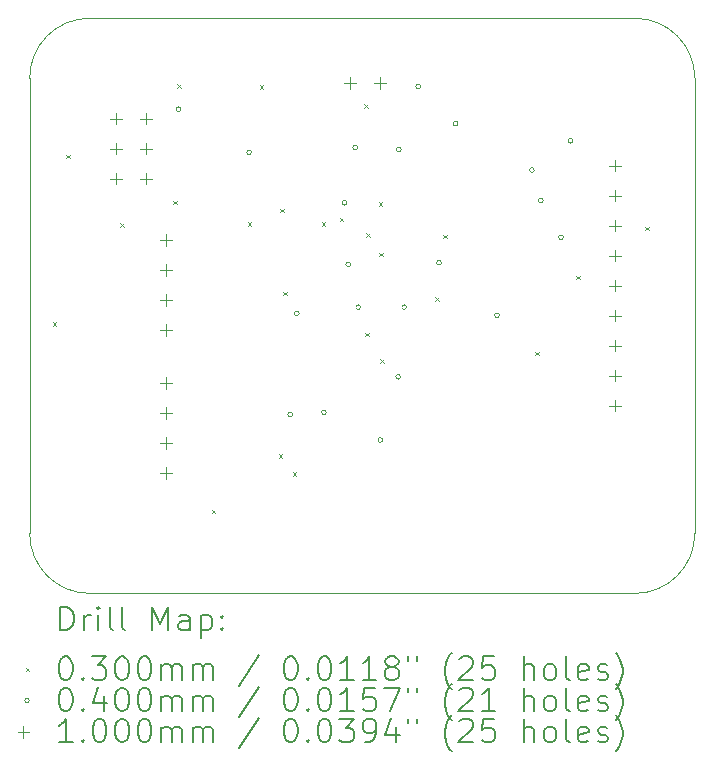
<source format=gbr>
%TF.GenerationSoftware,KiCad,Pcbnew,9.0.1*%
%TF.CreationDate,2025-11-19T15:27:44+03:00*%
%TF.ProjectId,MCU Datalogger wirh 512KB EEPROM,4d435520-4461-4746-916c-6f6767657220,1*%
%TF.SameCoordinates,Original*%
%TF.FileFunction,Drillmap*%
%TF.FilePolarity,Positive*%
%FSLAX45Y45*%
G04 Gerber Fmt 4.5, Leading zero omitted, Abs format (unit mm)*
G04 Created by KiCad (PCBNEW 9.0.1) date 2025-11-19 15:27:44*
%MOMM*%
%LPD*%
G01*
G04 APERTURE LIST*
%ADD10C,0.050000*%
%ADD11C,0.200000*%
%ADD12C,0.100000*%
G04 APERTURE END LIST*
D10*
X15896790Y-7471210D02*
X11281210Y-7471210D01*
X16404790Y-11832790D02*
X16404790Y-7979210D01*
X10773210Y-7979210D02*
G75*
G02*
X11281210Y-7471210I508000J0D01*
G01*
X10773210Y-7979210D02*
X10773210Y-11832790D01*
X15896790Y-7471210D02*
G75*
G02*
X16404790Y-7979210I0J-508000D01*
G01*
X16404790Y-11832790D02*
G75*
G02*
X15896790Y-12340790I-508000J0D01*
G01*
X11281210Y-12340790D02*
G75*
G02*
X10773210Y-11832790I0J508000D01*
G01*
X11281210Y-12340790D02*
X15896790Y-12340790D01*
D11*
D12*
X10967000Y-10045000D02*
X10997000Y-10075000D01*
X10997000Y-10045000D02*
X10967000Y-10075000D01*
X11081000Y-8625000D02*
X11111000Y-8655000D01*
X11111000Y-8625000D02*
X11081000Y-8655000D01*
X11538000Y-9207000D02*
X11568000Y-9237000D01*
X11568000Y-9207000D02*
X11538000Y-9237000D01*
X11991000Y-9018000D02*
X12021000Y-9048000D01*
X12021000Y-9018000D02*
X11991000Y-9048000D01*
X12024000Y-8031000D02*
X12054000Y-8061000D01*
X12054000Y-8031000D02*
X12024000Y-8061000D01*
X12314000Y-11634000D02*
X12344000Y-11664000D01*
X12344000Y-11634000D02*
X12314000Y-11664000D01*
X12618000Y-9200000D02*
X12648000Y-9230000D01*
X12648000Y-9200000D02*
X12618000Y-9230000D01*
X12722000Y-8037000D02*
X12752000Y-8067000D01*
X12752000Y-8037000D02*
X12722000Y-8067000D01*
X12881000Y-11164000D02*
X12911000Y-11194000D01*
X12911000Y-11164000D02*
X12881000Y-11194000D01*
X12895000Y-9083000D02*
X12925000Y-9113000D01*
X12925000Y-9083000D02*
X12895000Y-9113000D01*
X12919000Y-9785000D02*
X12949000Y-9815000D01*
X12949000Y-9785000D02*
X12919000Y-9815000D01*
X13000000Y-11313000D02*
X13030000Y-11343000D01*
X13030000Y-11313000D02*
X13000000Y-11343000D01*
X13246000Y-9198000D02*
X13276000Y-9228000D01*
X13276000Y-9198000D02*
X13246000Y-9228000D01*
X13399000Y-9160000D02*
X13429000Y-9190000D01*
X13429000Y-9160000D02*
X13399000Y-9190000D01*
X13606000Y-8197000D02*
X13636000Y-8227000D01*
X13636000Y-8197000D02*
X13606000Y-8227000D01*
X13613000Y-10133000D02*
X13643000Y-10163000D01*
X13643000Y-10133000D02*
X13613000Y-10163000D01*
X13621000Y-9292000D02*
X13651000Y-9322000D01*
X13651000Y-9292000D02*
X13621000Y-9322000D01*
X13729000Y-9028000D02*
X13759000Y-9058000D01*
X13759000Y-9028000D02*
X13729000Y-9058000D01*
X13733000Y-9455000D02*
X13763000Y-9485000D01*
X13763000Y-9455000D02*
X13733000Y-9485000D01*
X13741000Y-10360000D02*
X13771000Y-10390000D01*
X13771000Y-10360000D02*
X13741000Y-10390000D01*
X14205000Y-9831000D02*
X14235000Y-9861000D01*
X14235000Y-9831000D02*
X14205000Y-9861000D01*
X14274000Y-9303000D02*
X14304000Y-9333000D01*
X14304000Y-9303000D02*
X14274000Y-9333000D01*
X15056000Y-10293000D02*
X15086000Y-10323000D01*
X15086000Y-10293000D02*
X15056000Y-10323000D01*
X15402000Y-9652000D02*
X15432000Y-9682000D01*
X15432000Y-9652000D02*
X15402000Y-9682000D01*
X15984000Y-9237000D02*
X16014000Y-9267000D01*
X16014000Y-9237000D02*
X15984000Y-9267000D01*
X12053000Y-8242000D02*
G75*
G02*
X12013000Y-8242000I-20000J0D01*
G01*
X12013000Y-8242000D02*
G75*
G02*
X12053000Y-8242000I20000J0D01*
G01*
X12651000Y-8607000D02*
G75*
G02*
X12611000Y-8607000I-20000J0D01*
G01*
X12611000Y-8607000D02*
G75*
G02*
X12651000Y-8607000I20000J0D01*
G01*
X13000000Y-10825000D02*
G75*
G02*
X12960000Y-10825000I-20000J0D01*
G01*
X12960000Y-10825000D02*
G75*
G02*
X13000000Y-10825000I20000J0D01*
G01*
X13055000Y-9969000D02*
G75*
G02*
X13015000Y-9969000I-20000J0D01*
G01*
X13015000Y-9969000D02*
G75*
G02*
X13055000Y-9969000I20000J0D01*
G01*
X13285000Y-10808000D02*
G75*
G02*
X13245000Y-10808000I-20000J0D01*
G01*
X13245000Y-10808000D02*
G75*
G02*
X13285000Y-10808000I20000J0D01*
G01*
X13458993Y-9033194D02*
G75*
G02*
X13418993Y-9033194I-20000J0D01*
G01*
X13418993Y-9033194D02*
G75*
G02*
X13458993Y-9033194I20000J0D01*
G01*
X13490000Y-9554000D02*
G75*
G02*
X13450000Y-9554000I-20000J0D01*
G01*
X13450000Y-9554000D02*
G75*
G02*
X13490000Y-9554000I20000J0D01*
G01*
X13550000Y-8567000D02*
G75*
G02*
X13510000Y-8567000I-20000J0D01*
G01*
X13510000Y-8567000D02*
G75*
G02*
X13550000Y-8567000I20000J0D01*
G01*
X13575000Y-9917000D02*
G75*
G02*
X13535000Y-9917000I-20000J0D01*
G01*
X13535000Y-9917000D02*
G75*
G02*
X13575000Y-9917000I20000J0D01*
G01*
X13762000Y-11042000D02*
G75*
G02*
X13722000Y-11042000I-20000J0D01*
G01*
X13722000Y-11042000D02*
G75*
G02*
X13762000Y-11042000I20000J0D01*
G01*
X13913000Y-10507000D02*
G75*
G02*
X13873000Y-10507000I-20000J0D01*
G01*
X13873000Y-10507000D02*
G75*
G02*
X13913000Y-10507000I20000J0D01*
G01*
X13919000Y-8584000D02*
G75*
G02*
X13879000Y-8584000I-20000J0D01*
G01*
X13879000Y-8584000D02*
G75*
G02*
X13919000Y-8584000I20000J0D01*
G01*
X13964350Y-9917000D02*
G75*
G02*
X13924350Y-9917000I-20000J0D01*
G01*
X13924350Y-9917000D02*
G75*
G02*
X13964350Y-9917000I20000J0D01*
G01*
X14083000Y-8049000D02*
G75*
G02*
X14043000Y-8049000I-20000J0D01*
G01*
X14043000Y-8049000D02*
G75*
G02*
X14083000Y-8049000I20000J0D01*
G01*
X14259000Y-9541000D02*
G75*
G02*
X14219000Y-9541000I-20000J0D01*
G01*
X14219000Y-9541000D02*
G75*
G02*
X14259000Y-9541000I20000J0D01*
G01*
X14399000Y-8363000D02*
G75*
G02*
X14359000Y-8363000I-20000J0D01*
G01*
X14359000Y-8363000D02*
G75*
G02*
X14399000Y-8363000I20000J0D01*
G01*
X14750000Y-9986000D02*
G75*
G02*
X14710000Y-9986000I-20000J0D01*
G01*
X14710000Y-9986000D02*
G75*
G02*
X14750000Y-9986000I20000J0D01*
G01*
X15045000Y-8757000D02*
G75*
G02*
X15005000Y-8757000I-20000J0D01*
G01*
X15005000Y-8757000D02*
G75*
G02*
X15045000Y-8757000I20000J0D01*
G01*
X15121000Y-9014000D02*
G75*
G02*
X15081000Y-9014000I-20000J0D01*
G01*
X15081000Y-9014000D02*
G75*
G02*
X15121000Y-9014000I20000J0D01*
G01*
X15292000Y-9325000D02*
G75*
G02*
X15252000Y-9325000I-20000J0D01*
G01*
X15252000Y-9325000D02*
G75*
G02*
X15292000Y-9325000I20000J0D01*
G01*
X15373000Y-8509000D02*
G75*
G02*
X15333000Y-8509000I-20000J0D01*
G01*
X15333000Y-8509000D02*
G75*
G02*
X15373000Y-8509000I20000J0D01*
G01*
X11505350Y-8270710D02*
X11505350Y-8370710D01*
X11455350Y-8320710D02*
X11555350Y-8320710D01*
X11505350Y-8524710D02*
X11505350Y-8624710D01*
X11455350Y-8574710D02*
X11555350Y-8574710D01*
X11505350Y-8778710D02*
X11505350Y-8878710D01*
X11455350Y-8828710D02*
X11555350Y-8828710D01*
X11759350Y-8270710D02*
X11759350Y-8370710D01*
X11709350Y-8320710D02*
X11809350Y-8320710D01*
X11759350Y-8524710D02*
X11759350Y-8624710D01*
X11709350Y-8574710D02*
X11809350Y-8574710D01*
X11759350Y-8778710D02*
X11759350Y-8878710D01*
X11709350Y-8828710D02*
X11809350Y-8828710D01*
X11929350Y-9299210D02*
X11929350Y-9399210D01*
X11879350Y-9349210D02*
X11979350Y-9349210D01*
X11929350Y-9553210D02*
X11929350Y-9653210D01*
X11879350Y-9603210D02*
X11979350Y-9603210D01*
X11929350Y-9807210D02*
X11929350Y-9907210D01*
X11879350Y-9857210D02*
X11979350Y-9857210D01*
X11929350Y-10061210D02*
X11929350Y-10161210D01*
X11879350Y-10111210D02*
X11979350Y-10111210D01*
X11929350Y-10512710D02*
X11929350Y-10612710D01*
X11879350Y-10562710D02*
X11979350Y-10562710D01*
X11929350Y-10766710D02*
X11929350Y-10866710D01*
X11879350Y-10816710D02*
X11979350Y-10816710D01*
X11929350Y-11020710D02*
X11929350Y-11120710D01*
X11879350Y-11070710D02*
X11979350Y-11070710D01*
X11929350Y-11274710D02*
X11929350Y-11374710D01*
X11879350Y-11324710D02*
X11979350Y-11324710D01*
X13482850Y-7966210D02*
X13482850Y-8066210D01*
X13432850Y-8016210D02*
X13532850Y-8016210D01*
X13736850Y-7966210D02*
X13736850Y-8066210D01*
X13686850Y-8016210D02*
X13786850Y-8016210D01*
X15726850Y-8668210D02*
X15726850Y-8768210D01*
X15676850Y-8718210D02*
X15776850Y-8718210D01*
X15726850Y-8922210D02*
X15726850Y-9022210D01*
X15676850Y-8972210D02*
X15776850Y-8972210D01*
X15726850Y-9176210D02*
X15726850Y-9276210D01*
X15676850Y-9226210D02*
X15776850Y-9226210D01*
X15726850Y-9430210D02*
X15726850Y-9530210D01*
X15676850Y-9480210D02*
X15776850Y-9480210D01*
X15726850Y-9684210D02*
X15726850Y-9784210D01*
X15676850Y-9734210D02*
X15776850Y-9734210D01*
X15726850Y-9938210D02*
X15726850Y-10038210D01*
X15676850Y-9988210D02*
X15776850Y-9988210D01*
X15726850Y-10192210D02*
X15726850Y-10292210D01*
X15676850Y-10242210D02*
X15776850Y-10242210D01*
X15726850Y-10446210D02*
X15726850Y-10546210D01*
X15676850Y-10496210D02*
X15776850Y-10496210D01*
X15726850Y-10700210D02*
X15726850Y-10800210D01*
X15676850Y-10750210D02*
X15776850Y-10750210D01*
D11*
X11031487Y-12654774D02*
X11031487Y-12454774D01*
X11031487Y-12454774D02*
X11079106Y-12454774D01*
X11079106Y-12454774D02*
X11107678Y-12464297D01*
X11107678Y-12464297D02*
X11126725Y-12483345D01*
X11126725Y-12483345D02*
X11136249Y-12502393D01*
X11136249Y-12502393D02*
X11145773Y-12540488D01*
X11145773Y-12540488D02*
X11145773Y-12569059D01*
X11145773Y-12569059D02*
X11136249Y-12607154D01*
X11136249Y-12607154D02*
X11126725Y-12626202D01*
X11126725Y-12626202D02*
X11107678Y-12645250D01*
X11107678Y-12645250D02*
X11079106Y-12654774D01*
X11079106Y-12654774D02*
X11031487Y-12654774D01*
X11231487Y-12654774D02*
X11231487Y-12521440D01*
X11231487Y-12559535D02*
X11241011Y-12540488D01*
X11241011Y-12540488D02*
X11250535Y-12530964D01*
X11250535Y-12530964D02*
X11269582Y-12521440D01*
X11269582Y-12521440D02*
X11288630Y-12521440D01*
X11355296Y-12654774D02*
X11355296Y-12521440D01*
X11355296Y-12454774D02*
X11345773Y-12464297D01*
X11345773Y-12464297D02*
X11355296Y-12473821D01*
X11355296Y-12473821D02*
X11364820Y-12464297D01*
X11364820Y-12464297D02*
X11355296Y-12454774D01*
X11355296Y-12454774D02*
X11355296Y-12473821D01*
X11479106Y-12654774D02*
X11460058Y-12645250D01*
X11460058Y-12645250D02*
X11450535Y-12626202D01*
X11450535Y-12626202D02*
X11450535Y-12454774D01*
X11583868Y-12654774D02*
X11564820Y-12645250D01*
X11564820Y-12645250D02*
X11555296Y-12626202D01*
X11555296Y-12626202D02*
X11555296Y-12454774D01*
X11812439Y-12654774D02*
X11812439Y-12454774D01*
X11812439Y-12454774D02*
X11879106Y-12597631D01*
X11879106Y-12597631D02*
X11945773Y-12454774D01*
X11945773Y-12454774D02*
X11945773Y-12654774D01*
X12126725Y-12654774D02*
X12126725Y-12550012D01*
X12126725Y-12550012D02*
X12117201Y-12530964D01*
X12117201Y-12530964D02*
X12098154Y-12521440D01*
X12098154Y-12521440D02*
X12060058Y-12521440D01*
X12060058Y-12521440D02*
X12041011Y-12530964D01*
X12126725Y-12645250D02*
X12107677Y-12654774D01*
X12107677Y-12654774D02*
X12060058Y-12654774D01*
X12060058Y-12654774D02*
X12041011Y-12645250D01*
X12041011Y-12645250D02*
X12031487Y-12626202D01*
X12031487Y-12626202D02*
X12031487Y-12607154D01*
X12031487Y-12607154D02*
X12041011Y-12588107D01*
X12041011Y-12588107D02*
X12060058Y-12578583D01*
X12060058Y-12578583D02*
X12107677Y-12578583D01*
X12107677Y-12578583D02*
X12126725Y-12569059D01*
X12221963Y-12521440D02*
X12221963Y-12721440D01*
X12221963Y-12530964D02*
X12241011Y-12521440D01*
X12241011Y-12521440D02*
X12279106Y-12521440D01*
X12279106Y-12521440D02*
X12298154Y-12530964D01*
X12298154Y-12530964D02*
X12307677Y-12540488D01*
X12307677Y-12540488D02*
X12317201Y-12559535D01*
X12317201Y-12559535D02*
X12317201Y-12616678D01*
X12317201Y-12616678D02*
X12307677Y-12635726D01*
X12307677Y-12635726D02*
X12298154Y-12645250D01*
X12298154Y-12645250D02*
X12279106Y-12654774D01*
X12279106Y-12654774D02*
X12241011Y-12654774D01*
X12241011Y-12654774D02*
X12221963Y-12645250D01*
X12402916Y-12635726D02*
X12412439Y-12645250D01*
X12412439Y-12645250D02*
X12402916Y-12654774D01*
X12402916Y-12654774D02*
X12393392Y-12645250D01*
X12393392Y-12645250D02*
X12402916Y-12635726D01*
X12402916Y-12635726D02*
X12402916Y-12654774D01*
X12402916Y-12530964D02*
X12412439Y-12540488D01*
X12412439Y-12540488D02*
X12402916Y-12550012D01*
X12402916Y-12550012D02*
X12393392Y-12540488D01*
X12393392Y-12540488D02*
X12402916Y-12530964D01*
X12402916Y-12530964D02*
X12402916Y-12550012D01*
D12*
X10740710Y-12968290D02*
X10770710Y-12998290D01*
X10770710Y-12968290D02*
X10740710Y-12998290D01*
D11*
X11069582Y-12874774D02*
X11088630Y-12874774D01*
X11088630Y-12874774D02*
X11107678Y-12884297D01*
X11107678Y-12884297D02*
X11117201Y-12893821D01*
X11117201Y-12893821D02*
X11126725Y-12912869D01*
X11126725Y-12912869D02*
X11136249Y-12950964D01*
X11136249Y-12950964D02*
X11136249Y-12998583D01*
X11136249Y-12998583D02*
X11126725Y-13036678D01*
X11126725Y-13036678D02*
X11117201Y-13055726D01*
X11117201Y-13055726D02*
X11107678Y-13065250D01*
X11107678Y-13065250D02*
X11088630Y-13074774D01*
X11088630Y-13074774D02*
X11069582Y-13074774D01*
X11069582Y-13074774D02*
X11050535Y-13065250D01*
X11050535Y-13065250D02*
X11041011Y-13055726D01*
X11041011Y-13055726D02*
X11031487Y-13036678D01*
X11031487Y-13036678D02*
X11021963Y-12998583D01*
X11021963Y-12998583D02*
X11021963Y-12950964D01*
X11021963Y-12950964D02*
X11031487Y-12912869D01*
X11031487Y-12912869D02*
X11041011Y-12893821D01*
X11041011Y-12893821D02*
X11050535Y-12884297D01*
X11050535Y-12884297D02*
X11069582Y-12874774D01*
X11221963Y-13055726D02*
X11231487Y-13065250D01*
X11231487Y-13065250D02*
X11221963Y-13074774D01*
X11221963Y-13074774D02*
X11212439Y-13065250D01*
X11212439Y-13065250D02*
X11221963Y-13055726D01*
X11221963Y-13055726D02*
X11221963Y-13074774D01*
X11298154Y-12874774D02*
X11421963Y-12874774D01*
X11421963Y-12874774D02*
X11355296Y-12950964D01*
X11355296Y-12950964D02*
X11383868Y-12950964D01*
X11383868Y-12950964D02*
X11402916Y-12960488D01*
X11402916Y-12960488D02*
X11412439Y-12970012D01*
X11412439Y-12970012D02*
X11421963Y-12989059D01*
X11421963Y-12989059D02*
X11421963Y-13036678D01*
X11421963Y-13036678D02*
X11412439Y-13055726D01*
X11412439Y-13055726D02*
X11402916Y-13065250D01*
X11402916Y-13065250D02*
X11383868Y-13074774D01*
X11383868Y-13074774D02*
X11326725Y-13074774D01*
X11326725Y-13074774D02*
X11307677Y-13065250D01*
X11307677Y-13065250D02*
X11298154Y-13055726D01*
X11545773Y-12874774D02*
X11564820Y-12874774D01*
X11564820Y-12874774D02*
X11583868Y-12884297D01*
X11583868Y-12884297D02*
X11593392Y-12893821D01*
X11593392Y-12893821D02*
X11602916Y-12912869D01*
X11602916Y-12912869D02*
X11612439Y-12950964D01*
X11612439Y-12950964D02*
X11612439Y-12998583D01*
X11612439Y-12998583D02*
X11602916Y-13036678D01*
X11602916Y-13036678D02*
X11593392Y-13055726D01*
X11593392Y-13055726D02*
X11583868Y-13065250D01*
X11583868Y-13065250D02*
X11564820Y-13074774D01*
X11564820Y-13074774D02*
X11545773Y-13074774D01*
X11545773Y-13074774D02*
X11526725Y-13065250D01*
X11526725Y-13065250D02*
X11517201Y-13055726D01*
X11517201Y-13055726D02*
X11507677Y-13036678D01*
X11507677Y-13036678D02*
X11498154Y-12998583D01*
X11498154Y-12998583D02*
X11498154Y-12950964D01*
X11498154Y-12950964D02*
X11507677Y-12912869D01*
X11507677Y-12912869D02*
X11517201Y-12893821D01*
X11517201Y-12893821D02*
X11526725Y-12884297D01*
X11526725Y-12884297D02*
X11545773Y-12874774D01*
X11736249Y-12874774D02*
X11755297Y-12874774D01*
X11755297Y-12874774D02*
X11774344Y-12884297D01*
X11774344Y-12884297D02*
X11783868Y-12893821D01*
X11783868Y-12893821D02*
X11793392Y-12912869D01*
X11793392Y-12912869D02*
X11802916Y-12950964D01*
X11802916Y-12950964D02*
X11802916Y-12998583D01*
X11802916Y-12998583D02*
X11793392Y-13036678D01*
X11793392Y-13036678D02*
X11783868Y-13055726D01*
X11783868Y-13055726D02*
X11774344Y-13065250D01*
X11774344Y-13065250D02*
X11755297Y-13074774D01*
X11755297Y-13074774D02*
X11736249Y-13074774D01*
X11736249Y-13074774D02*
X11717201Y-13065250D01*
X11717201Y-13065250D02*
X11707677Y-13055726D01*
X11707677Y-13055726D02*
X11698154Y-13036678D01*
X11698154Y-13036678D02*
X11688630Y-12998583D01*
X11688630Y-12998583D02*
X11688630Y-12950964D01*
X11688630Y-12950964D02*
X11698154Y-12912869D01*
X11698154Y-12912869D02*
X11707677Y-12893821D01*
X11707677Y-12893821D02*
X11717201Y-12884297D01*
X11717201Y-12884297D02*
X11736249Y-12874774D01*
X11888630Y-13074774D02*
X11888630Y-12941440D01*
X11888630Y-12960488D02*
X11898154Y-12950964D01*
X11898154Y-12950964D02*
X11917201Y-12941440D01*
X11917201Y-12941440D02*
X11945773Y-12941440D01*
X11945773Y-12941440D02*
X11964820Y-12950964D01*
X11964820Y-12950964D02*
X11974344Y-12970012D01*
X11974344Y-12970012D02*
X11974344Y-13074774D01*
X11974344Y-12970012D02*
X11983868Y-12950964D01*
X11983868Y-12950964D02*
X12002916Y-12941440D01*
X12002916Y-12941440D02*
X12031487Y-12941440D01*
X12031487Y-12941440D02*
X12050535Y-12950964D01*
X12050535Y-12950964D02*
X12060058Y-12970012D01*
X12060058Y-12970012D02*
X12060058Y-13074774D01*
X12155297Y-13074774D02*
X12155297Y-12941440D01*
X12155297Y-12960488D02*
X12164820Y-12950964D01*
X12164820Y-12950964D02*
X12183868Y-12941440D01*
X12183868Y-12941440D02*
X12212439Y-12941440D01*
X12212439Y-12941440D02*
X12231487Y-12950964D01*
X12231487Y-12950964D02*
X12241011Y-12970012D01*
X12241011Y-12970012D02*
X12241011Y-13074774D01*
X12241011Y-12970012D02*
X12250535Y-12950964D01*
X12250535Y-12950964D02*
X12269582Y-12941440D01*
X12269582Y-12941440D02*
X12298154Y-12941440D01*
X12298154Y-12941440D02*
X12317201Y-12950964D01*
X12317201Y-12950964D02*
X12326725Y-12970012D01*
X12326725Y-12970012D02*
X12326725Y-13074774D01*
X12717201Y-12865250D02*
X12545773Y-13122393D01*
X12974344Y-12874774D02*
X12993392Y-12874774D01*
X12993392Y-12874774D02*
X13012440Y-12884297D01*
X13012440Y-12884297D02*
X13021963Y-12893821D01*
X13021963Y-12893821D02*
X13031487Y-12912869D01*
X13031487Y-12912869D02*
X13041011Y-12950964D01*
X13041011Y-12950964D02*
X13041011Y-12998583D01*
X13041011Y-12998583D02*
X13031487Y-13036678D01*
X13031487Y-13036678D02*
X13021963Y-13055726D01*
X13021963Y-13055726D02*
X13012440Y-13065250D01*
X13012440Y-13065250D02*
X12993392Y-13074774D01*
X12993392Y-13074774D02*
X12974344Y-13074774D01*
X12974344Y-13074774D02*
X12955297Y-13065250D01*
X12955297Y-13065250D02*
X12945773Y-13055726D01*
X12945773Y-13055726D02*
X12936249Y-13036678D01*
X12936249Y-13036678D02*
X12926725Y-12998583D01*
X12926725Y-12998583D02*
X12926725Y-12950964D01*
X12926725Y-12950964D02*
X12936249Y-12912869D01*
X12936249Y-12912869D02*
X12945773Y-12893821D01*
X12945773Y-12893821D02*
X12955297Y-12884297D01*
X12955297Y-12884297D02*
X12974344Y-12874774D01*
X13126725Y-13055726D02*
X13136249Y-13065250D01*
X13136249Y-13065250D02*
X13126725Y-13074774D01*
X13126725Y-13074774D02*
X13117201Y-13065250D01*
X13117201Y-13065250D02*
X13126725Y-13055726D01*
X13126725Y-13055726D02*
X13126725Y-13074774D01*
X13260059Y-12874774D02*
X13279106Y-12874774D01*
X13279106Y-12874774D02*
X13298154Y-12884297D01*
X13298154Y-12884297D02*
X13307678Y-12893821D01*
X13307678Y-12893821D02*
X13317201Y-12912869D01*
X13317201Y-12912869D02*
X13326725Y-12950964D01*
X13326725Y-12950964D02*
X13326725Y-12998583D01*
X13326725Y-12998583D02*
X13317201Y-13036678D01*
X13317201Y-13036678D02*
X13307678Y-13055726D01*
X13307678Y-13055726D02*
X13298154Y-13065250D01*
X13298154Y-13065250D02*
X13279106Y-13074774D01*
X13279106Y-13074774D02*
X13260059Y-13074774D01*
X13260059Y-13074774D02*
X13241011Y-13065250D01*
X13241011Y-13065250D02*
X13231487Y-13055726D01*
X13231487Y-13055726D02*
X13221963Y-13036678D01*
X13221963Y-13036678D02*
X13212440Y-12998583D01*
X13212440Y-12998583D02*
X13212440Y-12950964D01*
X13212440Y-12950964D02*
X13221963Y-12912869D01*
X13221963Y-12912869D02*
X13231487Y-12893821D01*
X13231487Y-12893821D02*
X13241011Y-12884297D01*
X13241011Y-12884297D02*
X13260059Y-12874774D01*
X13517201Y-13074774D02*
X13402916Y-13074774D01*
X13460059Y-13074774D02*
X13460059Y-12874774D01*
X13460059Y-12874774D02*
X13441011Y-12903345D01*
X13441011Y-12903345D02*
X13421963Y-12922393D01*
X13421963Y-12922393D02*
X13402916Y-12931916D01*
X13707678Y-13074774D02*
X13593392Y-13074774D01*
X13650535Y-13074774D02*
X13650535Y-12874774D01*
X13650535Y-12874774D02*
X13631487Y-12903345D01*
X13631487Y-12903345D02*
X13612440Y-12922393D01*
X13612440Y-12922393D02*
X13593392Y-12931916D01*
X13821963Y-12960488D02*
X13802916Y-12950964D01*
X13802916Y-12950964D02*
X13793392Y-12941440D01*
X13793392Y-12941440D02*
X13783868Y-12922393D01*
X13783868Y-12922393D02*
X13783868Y-12912869D01*
X13783868Y-12912869D02*
X13793392Y-12893821D01*
X13793392Y-12893821D02*
X13802916Y-12884297D01*
X13802916Y-12884297D02*
X13821963Y-12874774D01*
X13821963Y-12874774D02*
X13860059Y-12874774D01*
X13860059Y-12874774D02*
X13879106Y-12884297D01*
X13879106Y-12884297D02*
X13888630Y-12893821D01*
X13888630Y-12893821D02*
X13898154Y-12912869D01*
X13898154Y-12912869D02*
X13898154Y-12922393D01*
X13898154Y-12922393D02*
X13888630Y-12941440D01*
X13888630Y-12941440D02*
X13879106Y-12950964D01*
X13879106Y-12950964D02*
X13860059Y-12960488D01*
X13860059Y-12960488D02*
X13821963Y-12960488D01*
X13821963Y-12960488D02*
X13802916Y-12970012D01*
X13802916Y-12970012D02*
X13793392Y-12979535D01*
X13793392Y-12979535D02*
X13783868Y-12998583D01*
X13783868Y-12998583D02*
X13783868Y-13036678D01*
X13783868Y-13036678D02*
X13793392Y-13055726D01*
X13793392Y-13055726D02*
X13802916Y-13065250D01*
X13802916Y-13065250D02*
X13821963Y-13074774D01*
X13821963Y-13074774D02*
X13860059Y-13074774D01*
X13860059Y-13074774D02*
X13879106Y-13065250D01*
X13879106Y-13065250D02*
X13888630Y-13055726D01*
X13888630Y-13055726D02*
X13898154Y-13036678D01*
X13898154Y-13036678D02*
X13898154Y-12998583D01*
X13898154Y-12998583D02*
X13888630Y-12979535D01*
X13888630Y-12979535D02*
X13879106Y-12970012D01*
X13879106Y-12970012D02*
X13860059Y-12960488D01*
X13974344Y-12874774D02*
X13974344Y-12912869D01*
X14050535Y-12874774D02*
X14050535Y-12912869D01*
X14345773Y-13150964D02*
X14336249Y-13141440D01*
X14336249Y-13141440D02*
X14317202Y-13112869D01*
X14317202Y-13112869D02*
X14307678Y-13093821D01*
X14307678Y-13093821D02*
X14298154Y-13065250D01*
X14298154Y-13065250D02*
X14288630Y-13017631D01*
X14288630Y-13017631D02*
X14288630Y-12979535D01*
X14288630Y-12979535D02*
X14298154Y-12931916D01*
X14298154Y-12931916D02*
X14307678Y-12903345D01*
X14307678Y-12903345D02*
X14317202Y-12884297D01*
X14317202Y-12884297D02*
X14336249Y-12855726D01*
X14336249Y-12855726D02*
X14345773Y-12846202D01*
X14412440Y-12893821D02*
X14421963Y-12884297D01*
X14421963Y-12884297D02*
X14441011Y-12874774D01*
X14441011Y-12874774D02*
X14488630Y-12874774D01*
X14488630Y-12874774D02*
X14507678Y-12884297D01*
X14507678Y-12884297D02*
X14517202Y-12893821D01*
X14517202Y-12893821D02*
X14526725Y-12912869D01*
X14526725Y-12912869D02*
X14526725Y-12931916D01*
X14526725Y-12931916D02*
X14517202Y-12960488D01*
X14517202Y-12960488D02*
X14402916Y-13074774D01*
X14402916Y-13074774D02*
X14526725Y-13074774D01*
X14707678Y-12874774D02*
X14612440Y-12874774D01*
X14612440Y-12874774D02*
X14602916Y-12970012D01*
X14602916Y-12970012D02*
X14612440Y-12960488D01*
X14612440Y-12960488D02*
X14631487Y-12950964D01*
X14631487Y-12950964D02*
X14679106Y-12950964D01*
X14679106Y-12950964D02*
X14698154Y-12960488D01*
X14698154Y-12960488D02*
X14707678Y-12970012D01*
X14707678Y-12970012D02*
X14717202Y-12989059D01*
X14717202Y-12989059D02*
X14717202Y-13036678D01*
X14717202Y-13036678D02*
X14707678Y-13055726D01*
X14707678Y-13055726D02*
X14698154Y-13065250D01*
X14698154Y-13065250D02*
X14679106Y-13074774D01*
X14679106Y-13074774D02*
X14631487Y-13074774D01*
X14631487Y-13074774D02*
X14612440Y-13065250D01*
X14612440Y-13065250D02*
X14602916Y-13055726D01*
X14955297Y-13074774D02*
X14955297Y-12874774D01*
X15041011Y-13074774D02*
X15041011Y-12970012D01*
X15041011Y-12970012D02*
X15031487Y-12950964D01*
X15031487Y-12950964D02*
X15012440Y-12941440D01*
X15012440Y-12941440D02*
X14983868Y-12941440D01*
X14983868Y-12941440D02*
X14964821Y-12950964D01*
X14964821Y-12950964D02*
X14955297Y-12960488D01*
X15164821Y-13074774D02*
X15145773Y-13065250D01*
X15145773Y-13065250D02*
X15136249Y-13055726D01*
X15136249Y-13055726D02*
X15126725Y-13036678D01*
X15126725Y-13036678D02*
X15126725Y-12979535D01*
X15126725Y-12979535D02*
X15136249Y-12960488D01*
X15136249Y-12960488D02*
X15145773Y-12950964D01*
X15145773Y-12950964D02*
X15164821Y-12941440D01*
X15164821Y-12941440D02*
X15193392Y-12941440D01*
X15193392Y-12941440D02*
X15212440Y-12950964D01*
X15212440Y-12950964D02*
X15221964Y-12960488D01*
X15221964Y-12960488D02*
X15231487Y-12979535D01*
X15231487Y-12979535D02*
X15231487Y-13036678D01*
X15231487Y-13036678D02*
X15221964Y-13055726D01*
X15221964Y-13055726D02*
X15212440Y-13065250D01*
X15212440Y-13065250D02*
X15193392Y-13074774D01*
X15193392Y-13074774D02*
X15164821Y-13074774D01*
X15345773Y-13074774D02*
X15326725Y-13065250D01*
X15326725Y-13065250D02*
X15317202Y-13046202D01*
X15317202Y-13046202D02*
X15317202Y-12874774D01*
X15498154Y-13065250D02*
X15479106Y-13074774D01*
X15479106Y-13074774D02*
X15441011Y-13074774D01*
X15441011Y-13074774D02*
X15421964Y-13065250D01*
X15421964Y-13065250D02*
X15412440Y-13046202D01*
X15412440Y-13046202D02*
X15412440Y-12970012D01*
X15412440Y-12970012D02*
X15421964Y-12950964D01*
X15421964Y-12950964D02*
X15441011Y-12941440D01*
X15441011Y-12941440D02*
X15479106Y-12941440D01*
X15479106Y-12941440D02*
X15498154Y-12950964D01*
X15498154Y-12950964D02*
X15507678Y-12970012D01*
X15507678Y-12970012D02*
X15507678Y-12989059D01*
X15507678Y-12989059D02*
X15412440Y-13008107D01*
X15583868Y-13065250D02*
X15602916Y-13074774D01*
X15602916Y-13074774D02*
X15641011Y-13074774D01*
X15641011Y-13074774D02*
X15660059Y-13065250D01*
X15660059Y-13065250D02*
X15669583Y-13046202D01*
X15669583Y-13046202D02*
X15669583Y-13036678D01*
X15669583Y-13036678D02*
X15660059Y-13017631D01*
X15660059Y-13017631D02*
X15641011Y-13008107D01*
X15641011Y-13008107D02*
X15612440Y-13008107D01*
X15612440Y-13008107D02*
X15593392Y-12998583D01*
X15593392Y-12998583D02*
X15583868Y-12979535D01*
X15583868Y-12979535D02*
X15583868Y-12970012D01*
X15583868Y-12970012D02*
X15593392Y-12950964D01*
X15593392Y-12950964D02*
X15612440Y-12941440D01*
X15612440Y-12941440D02*
X15641011Y-12941440D01*
X15641011Y-12941440D02*
X15660059Y-12950964D01*
X15736249Y-13150964D02*
X15745773Y-13141440D01*
X15745773Y-13141440D02*
X15764821Y-13112869D01*
X15764821Y-13112869D02*
X15774345Y-13093821D01*
X15774345Y-13093821D02*
X15783868Y-13065250D01*
X15783868Y-13065250D02*
X15793392Y-13017631D01*
X15793392Y-13017631D02*
X15793392Y-12979535D01*
X15793392Y-12979535D02*
X15783868Y-12931916D01*
X15783868Y-12931916D02*
X15774345Y-12903345D01*
X15774345Y-12903345D02*
X15764821Y-12884297D01*
X15764821Y-12884297D02*
X15745773Y-12855726D01*
X15745773Y-12855726D02*
X15736249Y-12846202D01*
D12*
X10770710Y-13247290D02*
G75*
G02*
X10730710Y-13247290I-20000J0D01*
G01*
X10730710Y-13247290D02*
G75*
G02*
X10770710Y-13247290I20000J0D01*
G01*
D11*
X11069582Y-13138774D02*
X11088630Y-13138774D01*
X11088630Y-13138774D02*
X11107678Y-13148297D01*
X11107678Y-13148297D02*
X11117201Y-13157821D01*
X11117201Y-13157821D02*
X11126725Y-13176869D01*
X11126725Y-13176869D02*
X11136249Y-13214964D01*
X11136249Y-13214964D02*
X11136249Y-13262583D01*
X11136249Y-13262583D02*
X11126725Y-13300678D01*
X11126725Y-13300678D02*
X11117201Y-13319726D01*
X11117201Y-13319726D02*
X11107678Y-13329250D01*
X11107678Y-13329250D02*
X11088630Y-13338774D01*
X11088630Y-13338774D02*
X11069582Y-13338774D01*
X11069582Y-13338774D02*
X11050535Y-13329250D01*
X11050535Y-13329250D02*
X11041011Y-13319726D01*
X11041011Y-13319726D02*
X11031487Y-13300678D01*
X11031487Y-13300678D02*
X11021963Y-13262583D01*
X11021963Y-13262583D02*
X11021963Y-13214964D01*
X11021963Y-13214964D02*
X11031487Y-13176869D01*
X11031487Y-13176869D02*
X11041011Y-13157821D01*
X11041011Y-13157821D02*
X11050535Y-13148297D01*
X11050535Y-13148297D02*
X11069582Y-13138774D01*
X11221963Y-13319726D02*
X11231487Y-13329250D01*
X11231487Y-13329250D02*
X11221963Y-13338774D01*
X11221963Y-13338774D02*
X11212439Y-13329250D01*
X11212439Y-13329250D02*
X11221963Y-13319726D01*
X11221963Y-13319726D02*
X11221963Y-13338774D01*
X11402916Y-13205440D02*
X11402916Y-13338774D01*
X11355296Y-13129250D02*
X11307677Y-13272107D01*
X11307677Y-13272107D02*
X11431487Y-13272107D01*
X11545773Y-13138774D02*
X11564820Y-13138774D01*
X11564820Y-13138774D02*
X11583868Y-13148297D01*
X11583868Y-13148297D02*
X11593392Y-13157821D01*
X11593392Y-13157821D02*
X11602916Y-13176869D01*
X11602916Y-13176869D02*
X11612439Y-13214964D01*
X11612439Y-13214964D02*
X11612439Y-13262583D01*
X11612439Y-13262583D02*
X11602916Y-13300678D01*
X11602916Y-13300678D02*
X11593392Y-13319726D01*
X11593392Y-13319726D02*
X11583868Y-13329250D01*
X11583868Y-13329250D02*
X11564820Y-13338774D01*
X11564820Y-13338774D02*
X11545773Y-13338774D01*
X11545773Y-13338774D02*
X11526725Y-13329250D01*
X11526725Y-13329250D02*
X11517201Y-13319726D01*
X11517201Y-13319726D02*
X11507677Y-13300678D01*
X11507677Y-13300678D02*
X11498154Y-13262583D01*
X11498154Y-13262583D02*
X11498154Y-13214964D01*
X11498154Y-13214964D02*
X11507677Y-13176869D01*
X11507677Y-13176869D02*
X11517201Y-13157821D01*
X11517201Y-13157821D02*
X11526725Y-13148297D01*
X11526725Y-13148297D02*
X11545773Y-13138774D01*
X11736249Y-13138774D02*
X11755297Y-13138774D01*
X11755297Y-13138774D02*
X11774344Y-13148297D01*
X11774344Y-13148297D02*
X11783868Y-13157821D01*
X11783868Y-13157821D02*
X11793392Y-13176869D01*
X11793392Y-13176869D02*
X11802916Y-13214964D01*
X11802916Y-13214964D02*
X11802916Y-13262583D01*
X11802916Y-13262583D02*
X11793392Y-13300678D01*
X11793392Y-13300678D02*
X11783868Y-13319726D01*
X11783868Y-13319726D02*
X11774344Y-13329250D01*
X11774344Y-13329250D02*
X11755297Y-13338774D01*
X11755297Y-13338774D02*
X11736249Y-13338774D01*
X11736249Y-13338774D02*
X11717201Y-13329250D01*
X11717201Y-13329250D02*
X11707677Y-13319726D01*
X11707677Y-13319726D02*
X11698154Y-13300678D01*
X11698154Y-13300678D02*
X11688630Y-13262583D01*
X11688630Y-13262583D02*
X11688630Y-13214964D01*
X11688630Y-13214964D02*
X11698154Y-13176869D01*
X11698154Y-13176869D02*
X11707677Y-13157821D01*
X11707677Y-13157821D02*
X11717201Y-13148297D01*
X11717201Y-13148297D02*
X11736249Y-13138774D01*
X11888630Y-13338774D02*
X11888630Y-13205440D01*
X11888630Y-13224488D02*
X11898154Y-13214964D01*
X11898154Y-13214964D02*
X11917201Y-13205440D01*
X11917201Y-13205440D02*
X11945773Y-13205440D01*
X11945773Y-13205440D02*
X11964820Y-13214964D01*
X11964820Y-13214964D02*
X11974344Y-13234012D01*
X11974344Y-13234012D02*
X11974344Y-13338774D01*
X11974344Y-13234012D02*
X11983868Y-13214964D01*
X11983868Y-13214964D02*
X12002916Y-13205440D01*
X12002916Y-13205440D02*
X12031487Y-13205440D01*
X12031487Y-13205440D02*
X12050535Y-13214964D01*
X12050535Y-13214964D02*
X12060058Y-13234012D01*
X12060058Y-13234012D02*
X12060058Y-13338774D01*
X12155297Y-13338774D02*
X12155297Y-13205440D01*
X12155297Y-13224488D02*
X12164820Y-13214964D01*
X12164820Y-13214964D02*
X12183868Y-13205440D01*
X12183868Y-13205440D02*
X12212439Y-13205440D01*
X12212439Y-13205440D02*
X12231487Y-13214964D01*
X12231487Y-13214964D02*
X12241011Y-13234012D01*
X12241011Y-13234012D02*
X12241011Y-13338774D01*
X12241011Y-13234012D02*
X12250535Y-13214964D01*
X12250535Y-13214964D02*
X12269582Y-13205440D01*
X12269582Y-13205440D02*
X12298154Y-13205440D01*
X12298154Y-13205440D02*
X12317201Y-13214964D01*
X12317201Y-13214964D02*
X12326725Y-13234012D01*
X12326725Y-13234012D02*
X12326725Y-13338774D01*
X12717201Y-13129250D02*
X12545773Y-13386393D01*
X12974344Y-13138774D02*
X12993392Y-13138774D01*
X12993392Y-13138774D02*
X13012440Y-13148297D01*
X13012440Y-13148297D02*
X13021963Y-13157821D01*
X13021963Y-13157821D02*
X13031487Y-13176869D01*
X13031487Y-13176869D02*
X13041011Y-13214964D01*
X13041011Y-13214964D02*
X13041011Y-13262583D01*
X13041011Y-13262583D02*
X13031487Y-13300678D01*
X13031487Y-13300678D02*
X13021963Y-13319726D01*
X13021963Y-13319726D02*
X13012440Y-13329250D01*
X13012440Y-13329250D02*
X12993392Y-13338774D01*
X12993392Y-13338774D02*
X12974344Y-13338774D01*
X12974344Y-13338774D02*
X12955297Y-13329250D01*
X12955297Y-13329250D02*
X12945773Y-13319726D01*
X12945773Y-13319726D02*
X12936249Y-13300678D01*
X12936249Y-13300678D02*
X12926725Y-13262583D01*
X12926725Y-13262583D02*
X12926725Y-13214964D01*
X12926725Y-13214964D02*
X12936249Y-13176869D01*
X12936249Y-13176869D02*
X12945773Y-13157821D01*
X12945773Y-13157821D02*
X12955297Y-13148297D01*
X12955297Y-13148297D02*
X12974344Y-13138774D01*
X13126725Y-13319726D02*
X13136249Y-13329250D01*
X13136249Y-13329250D02*
X13126725Y-13338774D01*
X13126725Y-13338774D02*
X13117201Y-13329250D01*
X13117201Y-13329250D02*
X13126725Y-13319726D01*
X13126725Y-13319726D02*
X13126725Y-13338774D01*
X13260059Y-13138774D02*
X13279106Y-13138774D01*
X13279106Y-13138774D02*
X13298154Y-13148297D01*
X13298154Y-13148297D02*
X13307678Y-13157821D01*
X13307678Y-13157821D02*
X13317201Y-13176869D01*
X13317201Y-13176869D02*
X13326725Y-13214964D01*
X13326725Y-13214964D02*
X13326725Y-13262583D01*
X13326725Y-13262583D02*
X13317201Y-13300678D01*
X13317201Y-13300678D02*
X13307678Y-13319726D01*
X13307678Y-13319726D02*
X13298154Y-13329250D01*
X13298154Y-13329250D02*
X13279106Y-13338774D01*
X13279106Y-13338774D02*
X13260059Y-13338774D01*
X13260059Y-13338774D02*
X13241011Y-13329250D01*
X13241011Y-13329250D02*
X13231487Y-13319726D01*
X13231487Y-13319726D02*
X13221963Y-13300678D01*
X13221963Y-13300678D02*
X13212440Y-13262583D01*
X13212440Y-13262583D02*
X13212440Y-13214964D01*
X13212440Y-13214964D02*
X13221963Y-13176869D01*
X13221963Y-13176869D02*
X13231487Y-13157821D01*
X13231487Y-13157821D02*
X13241011Y-13148297D01*
X13241011Y-13148297D02*
X13260059Y-13138774D01*
X13517201Y-13338774D02*
X13402916Y-13338774D01*
X13460059Y-13338774D02*
X13460059Y-13138774D01*
X13460059Y-13138774D02*
X13441011Y-13167345D01*
X13441011Y-13167345D02*
X13421963Y-13186393D01*
X13421963Y-13186393D02*
X13402916Y-13195916D01*
X13698154Y-13138774D02*
X13602916Y-13138774D01*
X13602916Y-13138774D02*
X13593392Y-13234012D01*
X13593392Y-13234012D02*
X13602916Y-13224488D01*
X13602916Y-13224488D02*
X13621963Y-13214964D01*
X13621963Y-13214964D02*
X13669582Y-13214964D01*
X13669582Y-13214964D02*
X13688630Y-13224488D01*
X13688630Y-13224488D02*
X13698154Y-13234012D01*
X13698154Y-13234012D02*
X13707678Y-13253059D01*
X13707678Y-13253059D02*
X13707678Y-13300678D01*
X13707678Y-13300678D02*
X13698154Y-13319726D01*
X13698154Y-13319726D02*
X13688630Y-13329250D01*
X13688630Y-13329250D02*
X13669582Y-13338774D01*
X13669582Y-13338774D02*
X13621963Y-13338774D01*
X13621963Y-13338774D02*
X13602916Y-13329250D01*
X13602916Y-13329250D02*
X13593392Y-13319726D01*
X13774344Y-13138774D02*
X13907678Y-13138774D01*
X13907678Y-13138774D02*
X13821963Y-13338774D01*
X13974344Y-13138774D02*
X13974344Y-13176869D01*
X14050535Y-13138774D02*
X14050535Y-13176869D01*
X14345773Y-13414964D02*
X14336249Y-13405440D01*
X14336249Y-13405440D02*
X14317202Y-13376869D01*
X14317202Y-13376869D02*
X14307678Y-13357821D01*
X14307678Y-13357821D02*
X14298154Y-13329250D01*
X14298154Y-13329250D02*
X14288630Y-13281631D01*
X14288630Y-13281631D02*
X14288630Y-13243535D01*
X14288630Y-13243535D02*
X14298154Y-13195916D01*
X14298154Y-13195916D02*
X14307678Y-13167345D01*
X14307678Y-13167345D02*
X14317202Y-13148297D01*
X14317202Y-13148297D02*
X14336249Y-13119726D01*
X14336249Y-13119726D02*
X14345773Y-13110202D01*
X14412440Y-13157821D02*
X14421963Y-13148297D01*
X14421963Y-13148297D02*
X14441011Y-13138774D01*
X14441011Y-13138774D02*
X14488630Y-13138774D01*
X14488630Y-13138774D02*
X14507678Y-13148297D01*
X14507678Y-13148297D02*
X14517202Y-13157821D01*
X14517202Y-13157821D02*
X14526725Y-13176869D01*
X14526725Y-13176869D02*
X14526725Y-13195916D01*
X14526725Y-13195916D02*
X14517202Y-13224488D01*
X14517202Y-13224488D02*
X14402916Y-13338774D01*
X14402916Y-13338774D02*
X14526725Y-13338774D01*
X14717202Y-13338774D02*
X14602916Y-13338774D01*
X14660059Y-13338774D02*
X14660059Y-13138774D01*
X14660059Y-13138774D02*
X14641011Y-13167345D01*
X14641011Y-13167345D02*
X14621963Y-13186393D01*
X14621963Y-13186393D02*
X14602916Y-13195916D01*
X14955297Y-13338774D02*
X14955297Y-13138774D01*
X15041011Y-13338774D02*
X15041011Y-13234012D01*
X15041011Y-13234012D02*
X15031487Y-13214964D01*
X15031487Y-13214964D02*
X15012440Y-13205440D01*
X15012440Y-13205440D02*
X14983868Y-13205440D01*
X14983868Y-13205440D02*
X14964821Y-13214964D01*
X14964821Y-13214964D02*
X14955297Y-13224488D01*
X15164821Y-13338774D02*
X15145773Y-13329250D01*
X15145773Y-13329250D02*
X15136249Y-13319726D01*
X15136249Y-13319726D02*
X15126725Y-13300678D01*
X15126725Y-13300678D02*
X15126725Y-13243535D01*
X15126725Y-13243535D02*
X15136249Y-13224488D01*
X15136249Y-13224488D02*
X15145773Y-13214964D01*
X15145773Y-13214964D02*
X15164821Y-13205440D01*
X15164821Y-13205440D02*
X15193392Y-13205440D01*
X15193392Y-13205440D02*
X15212440Y-13214964D01*
X15212440Y-13214964D02*
X15221964Y-13224488D01*
X15221964Y-13224488D02*
X15231487Y-13243535D01*
X15231487Y-13243535D02*
X15231487Y-13300678D01*
X15231487Y-13300678D02*
X15221964Y-13319726D01*
X15221964Y-13319726D02*
X15212440Y-13329250D01*
X15212440Y-13329250D02*
X15193392Y-13338774D01*
X15193392Y-13338774D02*
X15164821Y-13338774D01*
X15345773Y-13338774D02*
X15326725Y-13329250D01*
X15326725Y-13329250D02*
X15317202Y-13310202D01*
X15317202Y-13310202D02*
X15317202Y-13138774D01*
X15498154Y-13329250D02*
X15479106Y-13338774D01*
X15479106Y-13338774D02*
X15441011Y-13338774D01*
X15441011Y-13338774D02*
X15421964Y-13329250D01*
X15421964Y-13329250D02*
X15412440Y-13310202D01*
X15412440Y-13310202D02*
X15412440Y-13234012D01*
X15412440Y-13234012D02*
X15421964Y-13214964D01*
X15421964Y-13214964D02*
X15441011Y-13205440D01*
X15441011Y-13205440D02*
X15479106Y-13205440D01*
X15479106Y-13205440D02*
X15498154Y-13214964D01*
X15498154Y-13214964D02*
X15507678Y-13234012D01*
X15507678Y-13234012D02*
X15507678Y-13253059D01*
X15507678Y-13253059D02*
X15412440Y-13272107D01*
X15583868Y-13329250D02*
X15602916Y-13338774D01*
X15602916Y-13338774D02*
X15641011Y-13338774D01*
X15641011Y-13338774D02*
X15660059Y-13329250D01*
X15660059Y-13329250D02*
X15669583Y-13310202D01*
X15669583Y-13310202D02*
X15669583Y-13300678D01*
X15669583Y-13300678D02*
X15660059Y-13281631D01*
X15660059Y-13281631D02*
X15641011Y-13272107D01*
X15641011Y-13272107D02*
X15612440Y-13272107D01*
X15612440Y-13272107D02*
X15593392Y-13262583D01*
X15593392Y-13262583D02*
X15583868Y-13243535D01*
X15583868Y-13243535D02*
X15583868Y-13234012D01*
X15583868Y-13234012D02*
X15593392Y-13214964D01*
X15593392Y-13214964D02*
X15612440Y-13205440D01*
X15612440Y-13205440D02*
X15641011Y-13205440D01*
X15641011Y-13205440D02*
X15660059Y-13214964D01*
X15736249Y-13414964D02*
X15745773Y-13405440D01*
X15745773Y-13405440D02*
X15764821Y-13376869D01*
X15764821Y-13376869D02*
X15774345Y-13357821D01*
X15774345Y-13357821D02*
X15783868Y-13329250D01*
X15783868Y-13329250D02*
X15793392Y-13281631D01*
X15793392Y-13281631D02*
X15793392Y-13243535D01*
X15793392Y-13243535D02*
X15783868Y-13195916D01*
X15783868Y-13195916D02*
X15774345Y-13167345D01*
X15774345Y-13167345D02*
X15764821Y-13148297D01*
X15764821Y-13148297D02*
X15745773Y-13119726D01*
X15745773Y-13119726D02*
X15736249Y-13110202D01*
D12*
X10720710Y-13461290D02*
X10720710Y-13561290D01*
X10670710Y-13511290D02*
X10770710Y-13511290D01*
D11*
X11136249Y-13602774D02*
X11021963Y-13602774D01*
X11079106Y-13602774D02*
X11079106Y-13402774D01*
X11079106Y-13402774D02*
X11060058Y-13431345D01*
X11060058Y-13431345D02*
X11041011Y-13450393D01*
X11041011Y-13450393D02*
X11021963Y-13459916D01*
X11221963Y-13583726D02*
X11231487Y-13593250D01*
X11231487Y-13593250D02*
X11221963Y-13602774D01*
X11221963Y-13602774D02*
X11212439Y-13593250D01*
X11212439Y-13593250D02*
X11221963Y-13583726D01*
X11221963Y-13583726D02*
X11221963Y-13602774D01*
X11355296Y-13402774D02*
X11374344Y-13402774D01*
X11374344Y-13402774D02*
X11393392Y-13412297D01*
X11393392Y-13412297D02*
X11402916Y-13421821D01*
X11402916Y-13421821D02*
X11412439Y-13440869D01*
X11412439Y-13440869D02*
X11421963Y-13478964D01*
X11421963Y-13478964D02*
X11421963Y-13526583D01*
X11421963Y-13526583D02*
X11412439Y-13564678D01*
X11412439Y-13564678D02*
X11402916Y-13583726D01*
X11402916Y-13583726D02*
X11393392Y-13593250D01*
X11393392Y-13593250D02*
X11374344Y-13602774D01*
X11374344Y-13602774D02*
X11355296Y-13602774D01*
X11355296Y-13602774D02*
X11336249Y-13593250D01*
X11336249Y-13593250D02*
X11326725Y-13583726D01*
X11326725Y-13583726D02*
X11317201Y-13564678D01*
X11317201Y-13564678D02*
X11307677Y-13526583D01*
X11307677Y-13526583D02*
X11307677Y-13478964D01*
X11307677Y-13478964D02*
X11317201Y-13440869D01*
X11317201Y-13440869D02*
X11326725Y-13421821D01*
X11326725Y-13421821D02*
X11336249Y-13412297D01*
X11336249Y-13412297D02*
X11355296Y-13402774D01*
X11545773Y-13402774D02*
X11564820Y-13402774D01*
X11564820Y-13402774D02*
X11583868Y-13412297D01*
X11583868Y-13412297D02*
X11593392Y-13421821D01*
X11593392Y-13421821D02*
X11602916Y-13440869D01*
X11602916Y-13440869D02*
X11612439Y-13478964D01*
X11612439Y-13478964D02*
X11612439Y-13526583D01*
X11612439Y-13526583D02*
X11602916Y-13564678D01*
X11602916Y-13564678D02*
X11593392Y-13583726D01*
X11593392Y-13583726D02*
X11583868Y-13593250D01*
X11583868Y-13593250D02*
X11564820Y-13602774D01*
X11564820Y-13602774D02*
X11545773Y-13602774D01*
X11545773Y-13602774D02*
X11526725Y-13593250D01*
X11526725Y-13593250D02*
X11517201Y-13583726D01*
X11517201Y-13583726D02*
X11507677Y-13564678D01*
X11507677Y-13564678D02*
X11498154Y-13526583D01*
X11498154Y-13526583D02*
X11498154Y-13478964D01*
X11498154Y-13478964D02*
X11507677Y-13440869D01*
X11507677Y-13440869D02*
X11517201Y-13421821D01*
X11517201Y-13421821D02*
X11526725Y-13412297D01*
X11526725Y-13412297D02*
X11545773Y-13402774D01*
X11736249Y-13402774D02*
X11755297Y-13402774D01*
X11755297Y-13402774D02*
X11774344Y-13412297D01*
X11774344Y-13412297D02*
X11783868Y-13421821D01*
X11783868Y-13421821D02*
X11793392Y-13440869D01*
X11793392Y-13440869D02*
X11802916Y-13478964D01*
X11802916Y-13478964D02*
X11802916Y-13526583D01*
X11802916Y-13526583D02*
X11793392Y-13564678D01*
X11793392Y-13564678D02*
X11783868Y-13583726D01*
X11783868Y-13583726D02*
X11774344Y-13593250D01*
X11774344Y-13593250D02*
X11755297Y-13602774D01*
X11755297Y-13602774D02*
X11736249Y-13602774D01*
X11736249Y-13602774D02*
X11717201Y-13593250D01*
X11717201Y-13593250D02*
X11707677Y-13583726D01*
X11707677Y-13583726D02*
X11698154Y-13564678D01*
X11698154Y-13564678D02*
X11688630Y-13526583D01*
X11688630Y-13526583D02*
X11688630Y-13478964D01*
X11688630Y-13478964D02*
X11698154Y-13440869D01*
X11698154Y-13440869D02*
X11707677Y-13421821D01*
X11707677Y-13421821D02*
X11717201Y-13412297D01*
X11717201Y-13412297D02*
X11736249Y-13402774D01*
X11888630Y-13602774D02*
X11888630Y-13469440D01*
X11888630Y-13488488D02*
X11898154Y-13478964D01*
X11898154Y-13478964D02*
X11917201Y-13469440D01*
X11917201Y-13469440D02*
X11945773Y-13469440D01*
X11945773Y-13469440D02*
X11964820Y-13478964D01*
X11964820Y-13478964D02*
X11974344Y-13498012D01*
X11974344Y-13498012D02*
X11974344Y-13602774D01*
X11974344Y-13498012D02*
X11983868Y-13478964D01*
X11983868Y-13478964D02*
X12002916Y-13469440D01*
X12002916Y-13469440D02*
X12031487Y-13469440D01*
X12031487Y-13469440D02*
X12050535Y-13478964D01*
X12050535Y-13478964D02*
X12060058Y-13498012D01*
X12060058Y-13498012D02*
X12060058Y-13602774D01*
X12155297Y-13602774D02*
X12155297Y-13469440D01*
X12155297Y-13488488D02*
X12164820Y-13478964D01*
X12164820Y-13478964D02*
X12183868Y-13469440D01*
X12183868Y-13469440D02*
X12212439Y-13469440D01*
X12212439Y-13469440D02*
X12231487Y-13478964D01*
X12231487Y-13478964D02*
X12241011Y-13498012D01*
X12241011Y-13498012D02*
X12241011Y-13602774D01*
X12241011Y-13498012D02*
X12250535Y-13478964D01*
X12250535Y-13478964D02*
X12269582Y-13469440D01*
X12269582Y-13469440D02*
X12298154Y-13469440D01*
X12298154Y-13469440D02*
X12317201Y-13478964D01*
X12317201Y-13478964D02*
X12326725Y-13498012D01*
X12326725Y-13498012D02*
X12326725Y-13602774D01*
X12717201Y-13393250D02*
X12545773Y-13650393D01*
X12974344Y-13402774D02*
X12993392Y-13402774D01*
X12993392Y-13402774D02*
X13012440Y-13412297D01*
X13012440Y-13412297D02*
X13021963Y-13421821D01*
X13021963Y-13421821D02*
X13031487Y-13440869D01*
X13031487Y-13440869D02*
X13041011Y-13478964D01*
X13041011Y-13478964D02*
X13041011Y-13526583D01*
X13041011Y-13526583D02*
X13031487Y-13564678D01*
X13031487Y-13564678D02*
X13021963Y-13583726D01*
X13021963Y-13583726D02*
X13012440Y-13593250D01*
X13012440Y-13593250D02*
X12993392Y-13602774D01*
X12993392Y-13602774D02*
X12974344Y-13602774D01*
X12974344Y-13602774D02*
X12955297Y-13593250D01*
X12955297Y-13593250D02*
X12945773Y-13583726D01*
X12945773Y-13583726D02*
X12936249Y-13564678D01*
X12936249Y-13564678D02*
X12926725Y-13526583D01*
X12926725Y-13526583D02*
X12926725Y-13478964D01*
X12926725Y-13478964D02*
X12936249Y-13440869D01*
X12936249Y-13440869D02*
X12945773Y-13421821D01*
X12945773Y-13421821D02*
X12955297Y-13412297D01*
X12955297Y-13412297D02*
X12974344Y-13402774D01*
X13126725Y-13583726D02*
X13136249Y-13593250D01*
X13136249Y-13593250D02*
X13126725Y-13602774D01*
X13126725Y-13602774D02*
X13117201Y-13593250D01*
X13117201Y-13593250D02*
X13126725Y-13583726D01*
X13126725Y-13583726D02*
X13126725Y-13602774D01*
X13260059Y-13402774D02*
X13279106Y-13402774D01*
X13279106Y-13402774D02*
X13298154Y-13412297D01*
X13298154Y-13412297D02*
X13307678Y-13421821D01*
X13307678Y-13421821D02*
X13317201Y-13440869D01*
X13317201Y-13440869D02*
X13326725Y-13478964D01*
X13326725Y-13478964D02*
X13326725Y-13526583D01*
X13326725Y-13526583D02*
X13317201Y-13564678D01*
X13317201Y-13564678D02*
X13307678Y-13583726D01*
X13307678Y-13583726D02*
X13298154Y-13593250D01*
X13298154Y-13593250D02*
X13279106Y-13602774D01*
X13279106Y-13602774D02*
X13260059Y-13602774D01*
X13260059Y-13602774D02*
X13241011Y-13593250D01*
X13241011Y-13593250D02*
X13231487Y-13583726D01*
X13231487Y-13583726D02*
X13221963Y-13564678D01*
X13221963Y-13564678D02*
X13212440Y-13526583D01*
X13212440Y-13526583D02*
X13212440Y-13478964D01*
X13212440Y-13478964D02*
X13221963Y-13440869D01*
X13221963Y-13440869D02*
X13231487Y-13421821D01*
X13231487Y-13421821D02*
X13241011Y-13412297D01*
X13241011Y-13412297D02*
X13260059Y-13402774D01*
X13393392Y-13402774D02*
X13517201Y-13402774D01*
X13517201Y-13402774D02*
X13450535Y-13478964D01*
X13450535Y-13478964D02*
X13479106Y-13478964D01*
X13479106Y-13478964D02*
X13498154Y-13488488D01*
X13498154Y-13488488D02*
X13507678Y-13498012D01*
X13507678Y-13498012D02*
X13517201Y-13517059D01*
X13517201Y-13517059D02*
X13517201Y-13564678D01*
X13517201Y-13564678D02*
X13507678Y-13583726D01*
X13507678Y-13583726D02*
X13498154Y-13593250D01*
X13498154Y-13593250D02*
X13479106Y-13602774D01*
X13479106Y-13602774D02*
X13421963Y-13602774D01*
X13421963Y-13602774D02*
X13402916Y-13593250D01*
X13402916Y-13593250D02*
X13393392Y-13583726D01*
X13612440Y-13602774D02*
X13650535Y-13602774D01*
X13650535Y-13602774D02*
X13669582Y-13593250D01*
X13669582Y-13593250D02*
X13679106Y-13583726D01*
X13679106Y-13583726D02*
X13698154Y-13555154D01*
X13698154Y-13555154D02*
X13707678Y-13517059D01*
X13707678Y-13517059D02*
X13707678Y-13440869D01*
X13707678Y-13440869D02*
X13698154Y-13421821D01*
X13698154Y-13421821D02*
X13688630Y-13412297D01*
X13688630Y-13412297D02*
X13669582Y-13402774D01*
X13669582Y-13402774D02*
X13631487Y-13402774D01*
X13631487Y-13402774D02*
X13612440Y-13412297D01*
X13612440Y-13412297D02*
X13602916Y-13421821D01*
X13602916Y-13421821D02*
X13593392Y-13440869D01*
X13593392Y-13440869D02*
X13593392Y-13488488D01*
X13593392Y-13488488D02*
X13602916Y-13507535D01*
X13602916Y-13507535D02*
X13612440Y-13517059D01*
X13612440Y-13517059D02*
X13631487Y-13526583D01*
X13631487Y-13526583D02*
X13669582Y-13526583D01*
X13669582Y-13526583D02*
X13688630Y-13517059D01*
X13688630Y-13517059D02*
X13698154Y-13507535D01*
X13698154Y-13507535D02*
X13707678Y-13488488D01*
X13879106Y-13469440D02*
X13879106Y-13602774D01*
X13831487Y-13393250D02*
X13783868Y-13536107D01*
X13783868Y-13536107D02*
X13907678Y-13536107D01*
X13974344Y-13402774D02*
X13974344Y-13440869D01*
X14050535Y-13402774D02*
X14050535Y-13440869D01*
X14345773Y-13678964D02*
X14336249Y-13669440D01*
X14336249Y-13669440D02*
X14317202Y-13640869D01*
X14317202Y-13640869D02*
X14307678Y-13621821D01*
X14307678Y-13621821D02*
X14298154Y-13593250D01*
X14298154Y-13593250D02*
X14288630Y-13545631D01*
X14288630Y-13545631D02*
X14288630Y-13507535D01*
X14288630Y-13507535D02*
X14298154Y-13459916D01*
X14298154Y-13459916D02*
X14307678Y-13431345D01*
X14307678Y-13431345D02*
X14317202Y-13412297D01*
X14317202Y-13412297D02*
X14336249Y-13383726D01*
X14336249Y-13383726D02*
X14345773Y-13374202D01*
X14412440Y-13421821D02*
X14421963Y-13412297D01*
X14421963Y-13412297D02*
X14441011Y-13402774D01*
X14441011Y-13402774D02*
X14488630Y-13402774D01*
X14488630Y-13402774D02*
X14507678Y-13412297D01*
X14507678Y-13412297D02*
X14517202Y-13421821D01*
X14517202Y-13421821D02*
X14526725Y-13440869D01*
X14526725Y-13440869D02*
X14526725Y-13459916D01*
X14526725Y-13459916D02*
X14517202Y-13488488D01*
X14517202Y-13488488D02*
X14402916Y-13602774D01*
X14402916Y-13602774D02*
X14526725Y-13602774D01*
X14707678Y-13402774D02*
X14612440Y-13402774D01*
X14612440Y-13402774D02*
X14602916Y-13498012D01*
X14602916Y-13498012D02*
X14612440Y-13488488D01*
X14612440Y-13488488D02*
X14631487Y-13478964D01*
X14631487Y-13478964D02*
X14679106Y-13478964D01*
X14679106Y-13478964D02*
X14698154Y-13488488D01*
X14698154Y-13488488D02*
X14707678Y-13498012D01*
X14707678Y-13498012D02*
X14717202Y-13517059D01*
X14717202Y-13517059D02*
X14717202Y-13564678D01*
X14717202Y-13564678D02*
X14707678Y-13583726D01*
X14707678Y-13583726D02*
X14698154Y-13593250D01*
X14698154Y-13593250D02*
X14679106Y-13602774D01*
X14679106Y-13602774D02*
X14631487Y-13602774D01*
X14631487Y-13602774D02*
X14612440Y-13593250D01*
X14612440Y-13593250D02*
X14602916Y-13583726D01*
X14955297Y-13602774D02*
X14955297Y-13402774D01*
X15041011Y-13602774D02*
X15041011Y-13498012D01*
X15041011Y-13498012D02*
X15031487Y-13478964D01*
X15031487Y-13478964D02*
X15012440Y-13469440D01*
X15012440Y-13469440D02*
X14983868Y-13469440D01*
X14983868Y-13469440D02*
X14964821Y-13478964D01*
X14964821Y-13478964D02*
X14955297Y-13488488D01*
X15164821Y-13602774D02*
X15145773Y-13593250D01*
X15145773Y-13593250D02*
X15136249Y-13583726D01*
X15136249Y-13583726D02*
X15126725Y-13564678D01*
X15126725Y-13564678D02*
X15126725Y-13507535D01*
X15126725Y-13507535D02*
X15136249Y-13488488D01*
X15136249Y-13488488D02*
X15145773Y-13478964D01*
X15145773Y-13478964D02*
X15164821Y-13469440D01*
X15164821Y-13469440D02*
X15193392Y-13469440D01*
X15193392Y-13469440D02*
X15212440Y-13478964D01*
X15212440Y-13478964D02*
X15221964Y-13488488D01*
X15221964Y-13488488D02*
X15231487Y-13507535D01*
X15231487Y-13507535D02*
X15231487Y-13564678D01*
X15231487Y-13564678D02*
X15221964Y-13583726D01*
X15221964Y-13583726D02*
X15212440Y-13593250D01*
X15212440Y-13593250D02*
X15193392Y-13602774D01*
X15193392Y-13602774D02*
X15164821Y-13602774D01*
X15345773Y-13602774D02*
X15326725Y-13593250D01*
X15326725Y-13593250D02*
X15317202Y-13574202D01*
X15317202Y-13574202D02*
X15317202Y-13402774D01*
X15498154Y-13593250D02*
X15479106Y-13602774D01*
X15479106Y-13602774D02*
X15441011Y-13602774D01*
X15441011Y-13602774D02*
X15421964Y-13593250D01*
X15421964Y-13593250D02*
X15412440Y-13574202D01*
X15412440Y-13574202D02*
X15412440Y-13498012D01*
X15412440Y-13498012D02*
X15421964Y-13478964D01*
X15421964Y-13478964D02*
X15441011Y-13469440D01*
X15441011Y-13469440D02*
X15479106Y-13469440D01*
X15479106Y-13469440D02*
X15498154Y-13478964D01*
X15498154Y-13478964D02*
X15507678Y-13498012D01*
X15507678Y-13498012D02*
X15507678Y-13517059D01*
X15507678Y-13517059D02*
X15412440Y-13536107D01*
X15583868Y-13593250D02*
X15602916Y-13602774D01*
X15602916Y-13602774D02*
X15641011Y-13602774D01*
X15641011Y-13602774D02*
X15660059Y-13593250D01*
X15660059Y-13593250D02*
X15669583Y-13574202D01*
X15669583Y-13574202D02*
X15669583Y-13564678D01*
X15669583Y-13564678D02*
X15660059Y-13545631D01*
X15660059Y-13545631D02*
X15641011Y-13536107D01*
X15641011Y-13536107D02*
X15612440Y-13536107D01*
X15612440Y-13536107D02*
X15593392Y-13526583D01*
X15593392Y-13526583D02*
X15583868Y-13507535D01*
X15583868Y-13507535D02*
X15583868Y-13498012D01*
X15583868Y-13498012D02*
X15593392Y-13478964D01*
X15593392Y-13478964D02*
X15612440Y-13469440D01*
X15612440Y-13469440D02*
X15641011Y-13469440D01*
X15641011Y-13469440D02*
X15660059Y-13478964D01*
X15736249Y-13678964D02*
X15745773Y-13669440D01*
X15745773Y-13669440D02*
X15764821Y-13640869D01*
X15764821Y-13640869D02*
X15774345Y-13621821D01*
X15774345Y-13621821D02*
X15783868Y-13593250D01*
X15783868Y-13593250D02*
X15793392Y-13545631D01*
X15793392Y-13545631D02*
X15793392Y-13507535D01*
X15793392Y-13507535D02*
X15783868Y-13459916D01*
X15783868Y-13459916D02*
X15774345Y-13431345D01*
X15774345Y-13431345D02*
X15764821Y-13412297D01*
X15764821Y-13412297D02*
X15745773Y-13383726D01*
X15745773Y-13383726D02*
X15736249Y-13374202D01*
M02*

</source>
